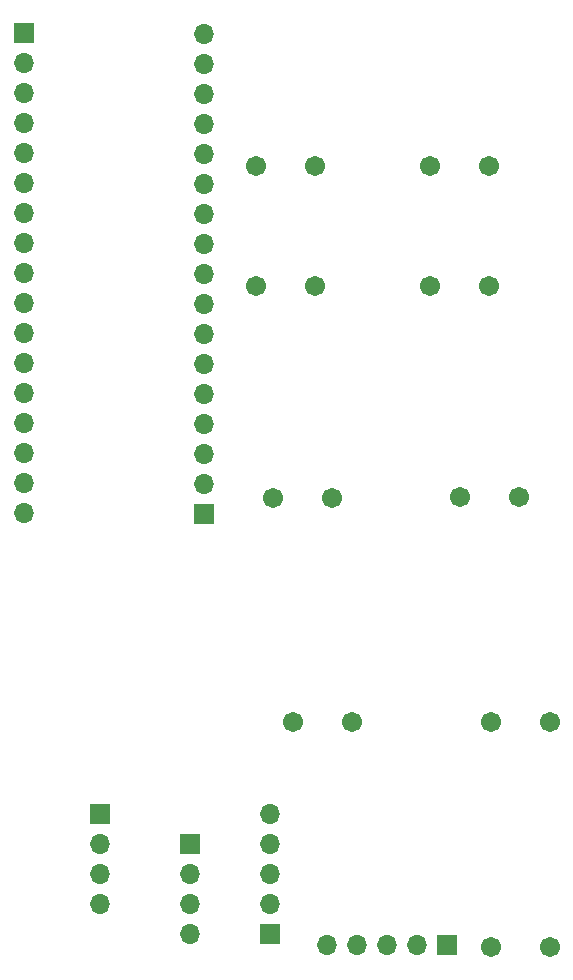
<source format=gbr>
%TF.GenerationSoftware,KiCad,Pcbnew,8.0.0*%
%TF.CreationDate,2024-11-02T12:10:28-04:00*%
%TF.ProjectId,PCB_Draft_2,5043425f-4472-4616-9674-5f322e6b6963,rev?*%
%TF.SameCoordinates,Original*%
%TF.FileFunction,Soldermask,Top*%
%TF.FilePolarity,Negative*%
%FSLAX46Y46*%
G04 Gerber Fmt 4.6, Leading zero omitted, Abs format (unit mm)*
G04 Created by KiCad (PCBNEW 8.0.0) date 2024-11-02 12:10:28*
%MOMM*%
%LPD*%
G01*
G04 APERTURE LIST*
%ADD10C,1.712000*%
%ADD11R,1.700000X1.700000*%
%ADD12O,1.700000X1.700000*%
G04 APERTURE END LIST*
D10*
%TO.C,SW13*%
X90743682Y-92654749D03*
X85743682Y-92654749D03*
%TD*%
D11*
%TO.C,J4*%
X79873417Y-93935455D03*
D12*
X79873417Y-91395455D03*
X79873417Y-88855455D03*
X79873417Y-86315455D03*
X79873417Y-83775455D03*
X79873417Y-81235455D03*
X79873417Y-78695455D03*
X79873417Y-76155455D03*
X79873417Y-73615455D03*
X79873417Y-71075455D03*
X79873417Y-68535455D03*
X79873417Y-65995455D03*
X79873417Y-63455455D03*
X79873417Y-60915455D03*
X79873417Y-58375455D03*
X79873417Y-55835455D03*
X79873417Y-53295455D03*
%TD*%
D10*
%TO.C,SW15*%
X87416000Y-111539427D03*
X92416000Y-111539427D03*
%TD*%
%TO.C,SW1*%
X84277054Y-64530823D03*
X89277054Y-64530823D03*
%TD*%
%TO.C,SW2*%
X84277054Y-74690823D03*
X89277054Y-74690823D03*
%TD*%
%TO.C,SW16*%
X101560425Y-92499983D03*
X106560425Y-92499983D03*
%TD*%
D11*
%TO.C,J1*%
X85523050Y-129540000D03*
D12*
X85523050Y-127000000D03*
X85523050Y-124460000D03*
X85523050Y-121920000D03*
X85523050Y-119380000D03*
%TD*%
D10*
%TO.C,SW4*%
X99009054Y-64530823D03*
X104009054Y-64530823D03*
%TD*%
%TO.C,SW14*%
X104180000Y-111539427D03*
X109180000Y-111539427D03*
%TD*%
%TO.C,SW7*%
X104180000Y-130589427D03*
X109180000Y-130589427D03*
%TD*%
D11*
%TO.C,J17*%
X71120000Y-119380000D03*
D12*
X71120000Y-121920000D03*
X71120000Y-124460000D03*
X71120000Y-127000000D03*
%TD*%
D11*
%TO.C,J2*%
X100471417Y-130438924D03*
D12*
X97931417Y-130438924D03*
X95391417Y-130438924D03*
X92851417Y-130438924D03*
X90311417Y-130438924D03*
%TD*%
D11*
%TO.C,J18*%
X78740000Y-121920000D03*
D12*
X78740000Y-124460000D03*
X78740000Y-127000000D03*
X78740000Y-129540000D03*
%TD*%
D10*
%TO.C,SW3*%
X99009054Y-74690823D03*
X104009054Y-74690823D03*
%TD*%
D11*
%TO.C,J3*%
X64633417Y-53248045D03*
D12*
X64633417Y-55788045D03*
X64633417Y-58328045D03*
X64633417Y-60868045D03*
X64633417Y-63408045D03*
X64633417Y-65948045D03*
X64633417Y-68488045D03*
X64633417Y-71028045D03*
X64633417Y-73568045D03*
X64633417Y-76108045D03*
X64633417Y-78648045D03*
X64633417Y-81188045D03*
X64633417Y-83728045D03*
X64633417Y-86268045D03*
X64633417Y-88808045D03*
X64633417Y-91348045D03*
X64633417Y-93888045D03*
%TD*%
M02*

</source>
